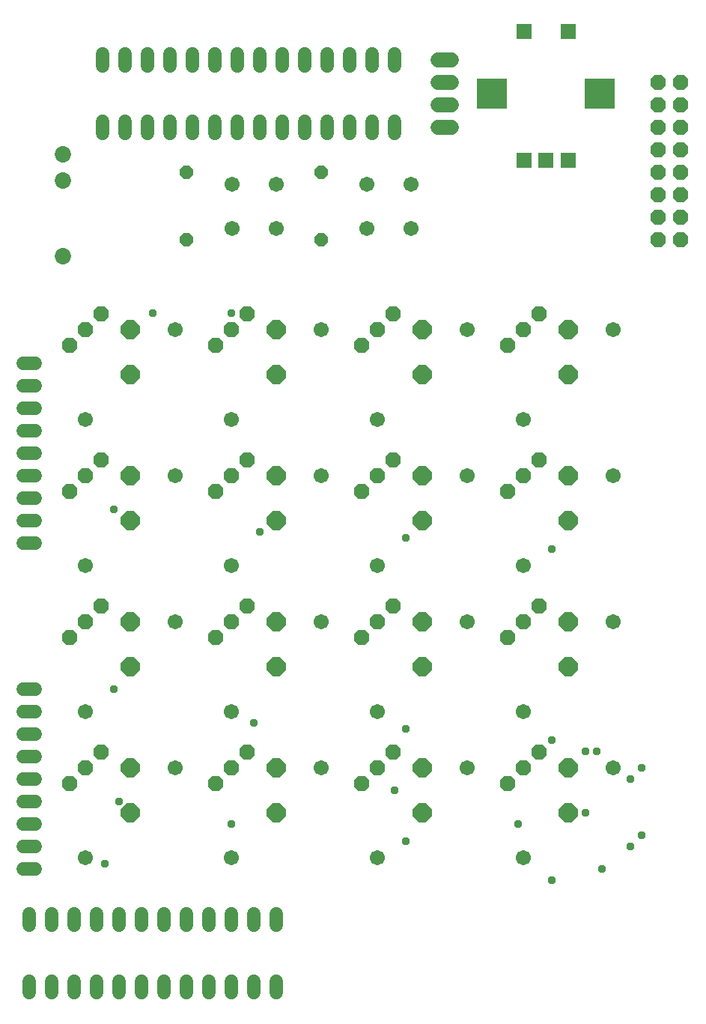
<source format=gbs>
G04 EAGLE Gerber RS-274X export*
G75*
%MOMM*%
%FSLAX34Y34*%
%LPD*%
%INSoldermask Bottom*%
%IPPOS*%
%AMOC8*
5,1,8,0,0,1.08239X$1,22.5*%
G01*
%ADD10P,2.330602X8X22.500000*%
%ADD11P,1.852186X8X67.500000*%
%ADD12C,1.703200*%
%ADD13C,1.853200*%
%ADD14R,1.711200X1.711200*%
%ADD15R,3.419200X3.419200*%
%ADD16C,1.711200*%
%ADD17C,1.524000*%
%ADD18C,1.727200*%
%ADD19P,1.649562X8X112.500000*%
%ADD20P,1.869504X8X112.500000*%
%ADD21C,0.959600*%


D10*
X152400Y584200D03*
X152400Y635000D03*
D11*
X101600Y635000D03*
X83640Y617039D03*
D12*
X203200Y635000D03*
X101600Y533400D03*
D11*
X119561Y652961D03*
D10*
X317500Y584200D03*
X317500Y635000D03*
D11*
X266700Y635000D03*
X248740Y617039D03*
D12*
X368300Y635000D03*
X266700Y533400D03*
D11*
X284661Y652961D03*
D10*
X482600Y584200D03*
X482600Y635000D03*
D11*
X431800Y635000D03*
X413840Y617039D03*
D12*
X533400Y635000D03*
X431800Y533400D03*
D11*
X449761Y652961D03*
D10*
X647700Y584200D03*
X647700Y635000D03*
D11*
X596900Y635000D03*
X578940Y617039D03*
D12*
X698500Y635000D03*
X596900Y533400D03*
D11*
X614861Y652961D03*
D10*
X152400Y419100D03*
X152400Y469900D03*
D11*
X101600Y469900D03*
X83640Y451939D03*
D12*
X203200Y469900D03*
X101600Y368300D03*
D11*
X119561Y487861D03*
D10*
X317500Y419100D03*
X317500Y469900D03*
D11*
X266700Y469900D03*
X248740Y451939D03*
D12*
X368300Y469900D03*
X266700Y368300D03*
D11*
X284661Y487861D03*
D10*
X482600Y419100D03*
X482600Y469900D03*
D11*
X431800Y469900D03*
X413840Y451939D03*
D12*
X533400Y469900D03*
X431800Y368300D03*
D11*
X449761Y487861D03*
D10*
X647700Y419100D03*
X647700Y469900D03*
D11*
X596900Y469900D03*
X578940Y451939D03*
D12*
X698500Y469900D03*
X596900Y368300D03*
D11*
X614861Y487861D03*
D10*
X152400Y254000D03*
X152400Y304800D03*
D11*
X101600Y304800D03*
X83640Y286839D03*
D12*
X203200Y304800D03*
X101600Y203200D03*
D11*
X119561Y322761D03*
D10*
X317500Y254000D03*
X317500Y304800D03*
D11*
X266700Y304800D03*
X248740Y286839D03*
D12*
X368300Y304800D03*
X266700Y203200D03*
D11*
X284661Y322761D03*
D10*
X482600Y254000D03*
X482600Y304800D03*
D11*
X431800Y304800D03*
X413840Y286839D03*
D12*
X533400Y304800D03*
X431800Y203200D03*
D11*
X449761Y322761D03*
D10*
X647700Y254000D03*
X647700Y304800D03*
D11*
X596900Y304800D03*
X578940Y286839D03*
D12*
X698500Y304800D03*
X596900Y203200D03*
D11*
X614861Y322761D03*
D10*
X152400Y88900D03*
X152400Y139700D03*
D11*
X101600Y139700D03*
X83640Y121739D03*
D12*
X203200Y139700D03*
X101600Y38100D03*
D11*
X119561Y157661D03*
D10*
X317500Y88900D03*
X317500Y139700D03*
D11*
X266700Y139700D03*
X248740Y121739D03*
D12*
X368300Y139700D03*
X266700Y38100D03*
D11*
X284661Y157661D03*
D10*
X482600Y88900D03*
X482600Y139700D03*
D11*
X431800Y139700D03*
X413840Y121739D03*
D12*
X533400Y139700D03*
X431800Y38100D03*
D11*
X449761Y157661D03*
D10*
X647700Y88900D03*
X647700Y139700D03*
D11*
X596900Y139700D03*
X578940Y121739D03*
D12*
X698500Y139700D03*
X596900Y38100D03*
D11*
X614861Y157661D03*
D13*
X76200Y718350D03*
X76200Y803350D03*
X76200Y833350D03*
D14*
X597300Y826700D03*
X622300Y826700D03*
X647300Y826700D03*
X597300Y971700D03*
X647300Y971700D03*
D15*
X561300Y901700D03*
X683300Y901700D03*
D16*
X419500Y799700D03*
X419500Y749700D03*
X469500Y749700D03*
X469500Y799700D03*
X267100Y799700D03*
X267100Y749700D03*
X317100Y749700D03*
X317100Y799700D03*
D17*
X120650Y856996D02*
X120650Y870204D01*
X146050Y870204D02*
X146050Y856996D01*
X171450Y856996D02*
X171450Y870204D01*
X196850Y870204D02*
X196850Y856996D01*
X222250Y856996D02*
X222250Y870204D01*
X247650Y870204D02*
X247650Y856996D01*
X273050Y856996D02*
X273050Y870204D01*
X298450Y870204D02*
X298450Y856996D01*
X323850Y856996D02*
X323850Y870204D01*
X349250Y870204D02*
X349250Y856996D01*
X374650Y856996D02*
X374650Y870204D01*
X400050Y870204D02*
X400050Y856996D01*
X425450Y856996D02*
X425450Y870204D01*
X450850Y870204D02*
X450850Y856996D01*
X450850Y933196D02*
X450850Y946404D01*
X425450Y946404D02*
X425450Y933196D01*
X400050Y933196D02*
X400050Y946404D01*
X374650Y946404D02*
X374650Y933196D01*
X349250Y933196D02*
X349250Y946404D01*
X323850Y946404D02*
X323850Y933196D01*
X298450Y933196D02*
X298450Y946404D01*
X273050Y946404D02*
X273050Y933196D01*
X247650Y933196D02*
X247650Y946404D01*
X222250Y946404D02*
X222250Y933196D01*
X196850Y933196D02*
X196850Y946404D01*
X171450Y946404D02*
X171450Y933196D01*
X146050Y933196D02*
X146050Y946404D01*
X120650Y946404D02*
X120650Y933196D01*
X44704Y596900D02*
X31496Y596900D01*
X31496Y571500D02*
X44704Y571500D01*
X44704Y546100D02*
X31496Y546100D01*
X31496Y520700D02*
X44704Y520700D01*
X44704Y495300D02*
X31496Y495300D01*
X31496Y469900D02*
X44704Y469900D01*
X44704Y444500D02*
X31496Y444500D01*
X31496Y419100D02*
X44704Y419100D01*
X44704Y393700D02*
X31496Y393700D01*
X31496Y228600D02*
X44704Y228600D01*
X44704Y203200D02*
X31496Y203200D01*
X31496Y177800D02*
X44704Y177800D01*
X44704Y152400D02*
X31496Y152400D01*
X31496Y127000D02*
X44704Y127000D01*
X44704Y101600D02*
X31496Y101600D01*
X31496Y76200D02*
X44704Y76200D01*
X44704Y50800D02*
X31496Y50800D01*
X31496Y25400D02*
X44704Y25400D01*
D18*
X500380Y863600D02*
X515620Y863600D01*
X515620Y889000D02*
X500380Y889000D01*
X500380Y914400D02*
X515620Y914400D01*
X515620Y939800D02*
X500380Y939800D01*
D19*
X215900Y736600D03*
X215900Y812800D03*
X368300Y736600D03*
X368300Y812800D03*
D20*
X774700Y736600D03*
X749300Y736600D03*
X774700Y762000D03*
X749300Y762000D03*
X774700Y787400D03*
X749300Y787400D03*
X774700Y812800D03*
X749300Y812800D03*
X774700Y838200D03*
X749300Y838200D03*
X774700Y863600D03*
X749300Y863600D03*
X774700Y889000D03*
X749300Y889000D03*
X774700Y914400D03*
X749300Y914400D03*
D17*
X38100Y-101346D02*
X38100Y-114554D01*
X63500Y-114554D02*
X63500Y-101346D01*
X88900Y-101346D02*
X88900Y-114554D01*
X114300Y-114554D02*
X114300Y-101346D01*
X139700Y-101346D02*
X139700Y-114554D01*
X165100Y-114554D02*
X165100Y-101346D01*
X190500Y-101346D02*
X190500Y-114554D01*
X215900Y-114554D02*
X215900Y-101346D01*
X241300Y-101346D02*
X241300Y-114554D01*
X266700Y-114554D02*
X266700Y-101346D01*
X292100Y-101346D02*
X292100Y-114554D01*
X317500Y-114554D02*
X317500Y-101346D01*
X317500Y-38354D02*
X317500Y-25146D01*
X292100Y-25146D02*
X292100Y-38354D01*
X266700Y-38354D02*
X266700Y-25146D01*
X241300Y-25146D02*
X241300Y-38354D01*
X215900Y-38354D02*
X215900Y-25146D01*
X190500Y-25146D02*
X190500Y-38354D01*
X165100Y-38354D02*
X165100Y-25146D01*
X139700Y-25146D02*
X139700Y-38354D01*
X114300Y-38354D02*
X114300Y-25146D01*
X88900Y-25146D02*
X88900Y-38354D01*
X63500Y-38354D02*
X63500Y-25146D01*
X38100Y-25146D02*
X38100Y-38354D01*
D21*
X177800Y654050D03*
X266700Y654050D03*
X730250Y139700D03*
X730250Y63500D03*
X450850Y114300D03*
X666750Y158750D03*
X666750Y88900D03*
X123042Y31750D03*
X685800Y25400D03*
X679450Y158750D03*
X717550Y127000D03*
X717550Y50800D03*
X590550Y76200D03*
X628650Y387350D03*
X463550Y400050D03*
X298450Y406400D03*
X133350Y431800D03*
X292100Y190500D03*
X463550Y184150D03*
X628650Y171450D03*
X139700Y101600D03*
X266700Y76200D03*
X463550Y57150D03*
X628650Y12700D03*
X133350Y228600D03*
M02*

</source>
